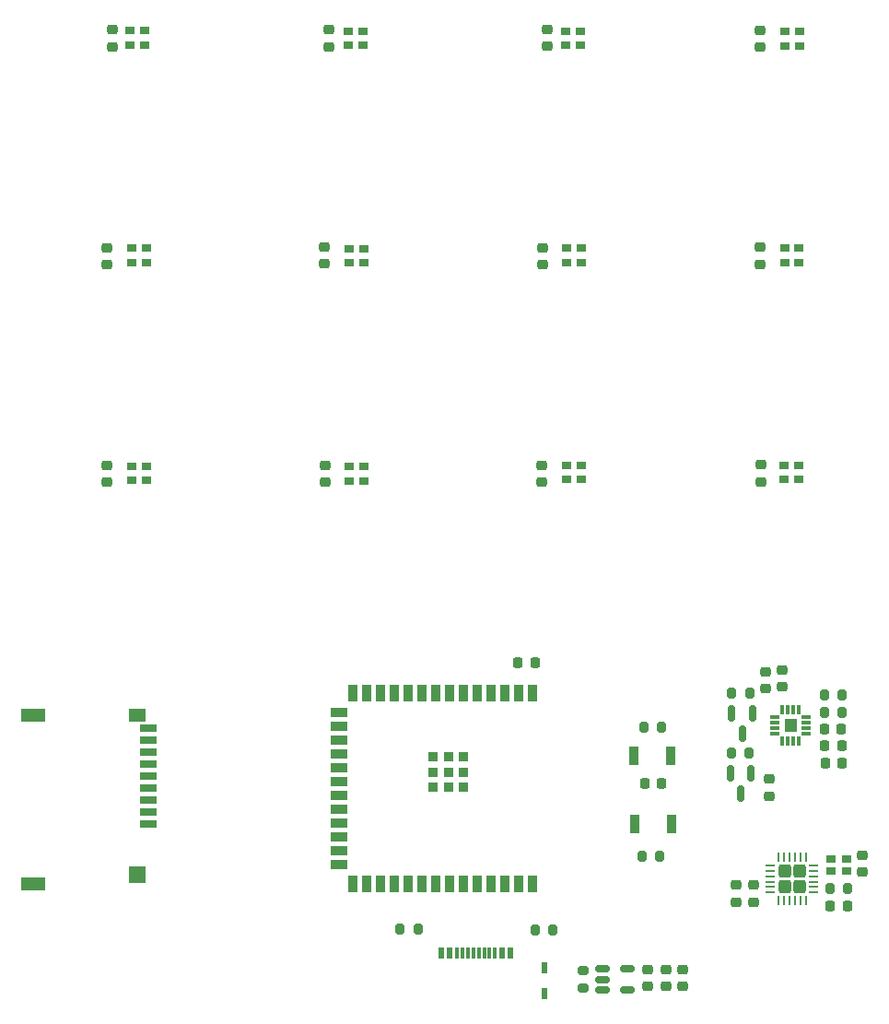
<source format=gbr>
%TF.GenerationSoftware,KiCad,Pcbnew,8.0.1*%
%TF.CreationDate,2024-09-01T11:50:53+02:00*%
%TF.ProjectId,Macro keyboard,4d616372-6f20-46b6-9579-626f6172642e,rev?*%
%TF.SameCoordinates,Original*%
%TF.FileFunction,Paste,Top*%
%TF.FilePolarity,Positive*%
%FSLAX46Y46*%
G04 Gerber Fmt 4.6, Leading zero omitted, Abs format (unit mm)*
G04 Created by KiCad (PCBNEW 8.0.1) date 2024-09-01 11:50:53*
%MOMM*%
%LPD*%
G01*
G04 APERTURE LIST*
G04 Aperture macros list*
%AMRoundRect*
0 Rectangle with rounded corners*
0 $1 Rounding radius*
0 $2 $3 $4 $5 $6 $7 $8 $9 X,Y pos of 4 corners*
0 Add a 4 corners polygon primitive as box body*
4,1,4,$2,$3,$4,$5,$6,$7,$8,$9,$2,$3,0*
0 Add four circle primitives for the rounded corners*
1,1,$1+$1,$2,$3*
1,1,$1+$1,$4,$5*
1,1,$1+$1,$6,$7*
1,1,$1+$1,$8,$9*
0 Add four rect primitives between the rounded corners*
20,1,$1+$1,$2,$3,$4,$5,0*
20,1,$1+$1,$4,$5,$6,$7,0*
20,1,$1+$1,$6,$7,$8,$9,0*
20,1,$1+$1,$8,$9,$2,$3,0*%
G04 Aperture macros list end*
%ADD10C,0.010000*%
%ADD11R,0.900000X0.800000*%
%ADD12RoundRect,0.225000X0.250000X-0.225000X0.250000X0.225000X-0.250000X0.225000X-0.250000X-0.225000X0*%
%ADD13RoundRect,0.150000X-0.150000X0.587500X-0.150000X-0.587500X0.150000X-0.587500X0.150000X0.587500X0*%
%ADD14R,0.900000X1.700000*%
%ADD15R,2.200000X1.200000*%
%ADD16R,1.500000X1.600000*%
%ADD17R,1.500000X1.200000*%
%ADD18R,1.600000X0.700000*%
%ADD19RoundRect,0.035000X0.105000X0.385000X-0.105000X0.385000X-0.105000X-0.385000X0.105000X-0.385000X0*%
%ADD20RoundRect,0.035000X0.385000X0.105000X-0.385000X0.105000X-0.385000X-0.105000X0.385000X-0.105000X0*%
%ADD21R,1.500000X0.900000*%
%ADD22R,0.900000X1.500000*%
%ADD23R,0.900000X0.900000*%
%ADD24R,0.600000X1.140000*%
%ADD25R,0.300000X1.140000*%
%ADD26R,0.850000X0.650000*%
%ADD27R,0.500000X1.050000*%
%ADD28RoundRect,0.150000X-0.512500X-0.150000X0.512500X-0.150000X0.512500X0.150000X-0.512500X0.150000X0*%
%ADD29RoundRect,0.200000X-0.200000X-0.275000X0.200000X-0.275000X0.200000X0.275000X-0.200000X0.275000X0*%
%ADD30RoundRect,0.225000X-0.250000X0.225000X-0.250000X-0.225000X0.250000X-0.225000X0.250000X0.225000X0*%
%ADD31RoundRect,0.225000X-0.225000X-0.250000X0.225000X-0.250000X0.225000X0.250000X-0.225000X0.250000X0*%
%ADD32RoundRect,0.062500X0.062500X0.337500X-0.062500X0.337500X-0.062500X-0.337500X0.062500X-0.337500X0*%
%ADD33RoundRect,0.062500X0.337500X0.062500X-0.337500X0.062500X-0.337500X-0.062500X0.337500X-0.062500X0*%
%ADD34RoundRect,0.250000X0.345000X0.345000X-0.345000X0.345000X-0.345000X-0.345000X0.345000X-0.345000X0*%
%ADD35RoundRect,0.200000X0.200000X0.275000X-0.200000X0.275000X-0.200000X-0.275000X0.200000X-0.275000X0*%
%ADD36RoundRect,0.200000X-0.275000X0.200000X-0.275000X-0.200000X0.275000X-0.200000X0.275000X0.200000X0*%
G04 APERTURE END LIST*
D10*
%TO.C,U2*%
X259340000Y-108195000D02*
X258260000Y-108195000D01*
X258260000Y-107115000D01*
X259340000Y-107115000D01*
X259340000Y-108195000D01*
G36*
X259340000Y-108195000D02*
G01*
X258260000Y-108195000D01*
X258260000Y-107115000D01*
X259340000Y-107115000D01*
X259340000Y-108195000D01*
G37*
%TD*%
D11*
%TO.C,Y1*%
X262525000Y-121075000D03*
X263925000Y-121075000D03*
X263925000Y-119975000D03*
X262525000Y-119975000D03*
%TD*%
D12*
%TO.C,C6*%
X258064000Y-102590000D03*
X258064000Y-104140000D03*
%TD*%
D13*
%TO.C,Q2*%
X255155000Y-112055000D03*
X253255000Y-112055000D03*
X254205000Y-113930000D03*
%TD*%
%TO.C,Q1*%
X255305000Y-106555000D03*
X253405000Y-106555000D03*
X254355000Y-108430000D03*
%TD*%
D14*
%TO.C,SW2*%
X244450000Y-116700000D03*
X247850000Y-116700000D03*
%TD*%
%TO.C,SW1*%
X244400000Y-110450000D03*
X247800000Y-110450000D03*
%TD*%
D15*
%TO.C,J15*%
X189200000Y-122250000D03*
D16*
X198800000Y-121350000D03*
D15*
X189200000Y-106750000D03*
D17*
X198800000Y-106750000D03*
D18*
X199800000Y-107950000D03*
X199800000Y-109050000D03*
X199800000Y-110150000D03*
X199800000Y-111250000D03*
X199800000Y-112350000D03*
X199800000Y-113450000D03*
X199800000Y-114550000D03*
X199800000Y-115650000D03*
X199800000Y-116750000D03*
%TD*%
D19*
%TO.C,U2*%
X259550000Y-109100000D03*
X259050000Y-109100000D03*
X258550000Y-109100000D03*
X258050000Y-109100000D03*
D20*
X257355000Y-108405000D03*
X257355000Y-107905000D03*
X257355000Y-107405000D03*
X257355000Y-106905000D03*
D19*
X258050000Y-106210000D03*
X258550000Y-106210000D03*
X259050000Y-106210000D03*
X259550000Y-106210000D03*
D20*
X260245000Y-106905000D03*
X260245000Y-107405000D03*
X260245000Y-107905000D03*
X260245000Y-108405000D03*
%TD*%
D21*
%TO.C,U1*%
X217310000Y-120435000D03*
X217310000Y-119165000D03*
X217310000Y-117895000D03*
X217310000Y-116625000D03*
X217310000Y-115355000D03*
X217310000Y-114085000D03*
X217310000Y-112815000D03*
X217310000Y-111545000D03*
X217310000Y-110275000D03*
X217310000Y-109005000D03*
X217310000Y-107735000D03*
D22*
X235070000Y-122200000D03*
X233800000Y-122200000D03*
X232530000Y-122200000D03*
X231260000Y-122200000D03*
X229990000Y-122200000D03*
X228720000Y-122200000D03*
X227450000Y-122200000D03*
X226180000Y-122200000D03*
X224910000Y-122200000D03*
X223640000Y-122200000D03*
X222370000Y-122200000D03*
X221100000Y-122200000D03*
X219830000Y-122200000D03*
X218560000Y-122200000D03*
D21*
X217310000Y-106465000D03*
D22*
X218560000Y-104700000D03*
X219830000Y-104700000D03*
X221100000Y-104700000D03*
X222370000Y-104700000D03*
X223640000Y-104700000D03*
X224910000Y-104700000D03*
X226180000Y-104700000D03*
X227450000Y-104700000D03*
X228720000Y-104700000D03*
X229990000Y-104700000D03*
X231260000Y-104700000D03*
X232530000Y-104700000D03*
X233800000Y-104700000D03*
D23*
X228750000Y-113350000D03*
X228750000Y-111950000D03*
X228750000Y-110550000D03*
X225950000Y-113350000D03*
X225950000Y-111950000D03*
X225950000Y-110550000D03*
X227350000Y-113350000D03*
X227350000Y-110550000D03*
D22*
X235070000Y-104700000D03*
D23*
X227350000Y-111950000D03*
%TD*%
D24*
%TO.C,J1*%
X226700000Y-128590000D03*
X227500000Y-128590000D03*
D25*
X228150000Y-128590000D03*
X229150000Y-128590000D03*
X230650000Y-128590000D03*
X231650000Y-128590000D03*
D24*
X232300000Y-128590000D03*
X233100000Y-128590000D03*
X233100000Y-128590000D03*
X232300000Y-128590000D03*
D25*
X231150000Y-128590000D03*
X230150000Y-128590000D03*
X229650000Y-128590000D03*
X228650000Y-128590000D03*
D24*
X227500000Y-128590000D03*
X226700000Y-128590000D03*
%TD*%
D26*
%TO.C,D13*%
X258200000Y-85100000D03*
X258200000Y-83800000D03*
X259550000Y-83800000D03*
X259550000Y-85100000D03*
%TD*%
%TO.C,D12*%
X258250000Y-65150000D03*
X258250000Y-63850000D03*
X259600000Y-63850000D03*
X259600000Y-65150000D03*
%TD*%
%TO.C,D11*%
X258275000Y-45250000D03*
X258275000Y-43950000D03*
X259625000Y-43950000D03*
X259625000Y-45250000D03*
%TD*%
%TO.C,D10*%
X238250000Y-85100000D03*
X238250000Y-83800000D03*
X239600000Y-83800000D03*
X239600000Y-85100000D03*
%TD*%
%TO.C,D9*%
X238250000Y-65150000D03*
X238250000Y-63850000D03*
X239600000Y-63850000D03*
X239600000Y-65150000D03*
%TD*%
%TO.C,D8*%
X238175000Y-45200000D03*
X238175000Y-43900000D03*
X239525000Y-43900000D03*
X239525000Y-45200000D03*
%TD*%
%TO.C,D7*%
X218250000Y-85200000D03*
X218250000Y-83900000D03*
X219600000Y-83900000D03*
X219600000Y-85200000D03*
%TD*%
%TO.C,D6*%
X218250000Y-65200000D03*
X218250000Y-63900000D03*
X219600000Y-63900000D03*
X219600000Y-65200000D03*
%TD*%
%TO.C,D5*%
X218125000Y-45200000D03*
X218125000Y-43900000D03*
X219475000Y-43900000D03*
X219475000Y-45200000D03*
%TD*%
%TO.C,D4*%
X198250000Y-85150000D03*
X198250000Y-83850000D03*
X199600000Y-83850000D03*
X199600000Y-85150000D03*
%TD*%
%TO.C,D3*%
X198250000Y-65150000D03*
X198250000Y-63850000D03*
X199600000Y-63850000D03*
X199600000Y-65150000D03*
%TD*%
%TO.C,D2*%
X198125000Y-45150000D03*
X198125000Y-43850000D03*
X199475000Y-43850000D03*
X199475000Y-45150000D03*
%TD*%
D27*
%TO.C,D1*%
X236200000Y-132335000D03*
X236200000Y-129965000D03*
%TD*%
D28*
%TO.C,U3*%
X241527500Y-130060000D03*
X241527500Y-131010000D03*
X241527500Y-131960000D03*
X243802500Y-131960000D03*
X243802500Y-130060000D03*
%TD*%
D29*
%TO.C,R12*%
X245125000Y-119650000D03*
X246775000Y-119650000D03*
%TD*%
%TO.C,R11*%
X245325000Y-107800000D03*
X246975000Y-107800000D03*
%TD*%
%TO.C,R10*%
X264075000Y-122675000D03*
X262425000Y-122675000D03*
%TD*%
D30*
%TO.C,C27*%
X245700000Y-130100000D03*
X245700000Y-131650000D03*
%TD*%
%TO.C,C26*%
X247350000Y-130075000D03*
X247350000Y-131625000D03*
%TD*%
%TO.C,C25*%
X248900000Y-130100000D03*
X248900000Y-131650000D03*
%TD*%
D12*
%TO.C,C24*%
X256050000Y-85275000D03*
X256050000Y-83725000D03*
%TD*%
%TO.C,C23*%
X196000000Y-85325000D03*
X196000000Y-83775000D03*
%TD*%
%TO.C,C22*%
X216000000Y-85300000D03*
X216000000Y-83750000D03*
%TD*%
%TO.C,C21*%
X235950000Y-85300000D03*
X235950000Y-83750000D03*
%TD*%
%TO.C,C20*%
X256000000Y-65300000D03*
X256000000Y-63750000D03*
%TD*%
%TO.C,C19*%
X236000000Y-65350000D03*
X236000000Y-63800000D03*
%TD*%
%TO.C,C18*%
X215950000Y-65275000D03*
X215950000Y-63725000D03*
%TD*%
%TO.C,C17*%
X196000000Y-65325000D03*
X196000000Y-63775000D03*
%TD*%
%TO.C,C16*%
X256000000Y-45350000D03*
X256000000Y-43800000D03*
%TD*%
%TO.C,C15*%
X236450000Y-45275000D03*
X236450000Y-43725000D03*
%TD*%
%TO.C,C14*%
X216400000Y-45325000D03*
X216400000Y-43775000D03*
%TD*%
%TO.C,C13*%
X196450000Y-45325000D03*
X196450000Y-43775000D03*
%TD*%
D31*
%TO.C,C12*%
X233775000Y-101950000D03*
X235325000Y-101950000D03*
%TD*%
%TO.C,C11*%
X245425000Y-113000000D03*
X246975000Y-113000000D03*
%TD*%
D30*
%TO.C,C10*%
X265430000Y-119621000D03*
X265430000Y-121171000D03*
%TD*%
D31*
%TO.C,C9*%
X264025000Y-124275000D03*
X262475000Y-124275000D03*
%TD*%
D12*
%TO.C,C8*%
X255400000Y-123900000D03*
X255400000Y-122350000D03*
%TD*%
%TO.C,C7*%
X253800000Y-123900000D03*
X253800000Y-122350000D03*
%TD*%
D32*
%TO.C,U4*%
X260200000Y-123750000D03*
X259700000Y-123750000D03*
X259200000Y-123750000D03*
X258700000Y-123750000D03*
X258200000Y-123750000D03*
X257700000Y-123750000D03*
D33*
X256975000Y-123025000D03*
X256975000Y-122525000D03*
X256975000Y-122025000D03*
X256975000Y-121525000D03*
X256975000Y-121025000D03*
X256975000Y-120525000D03*
D32*
X257700000Y-119800000D03*
X258200000Y-119800000D03*
X258700000Y-119800000D03*
X259200000Y-119800000D03*
X259700000Y-119800000D03*
X260200000Y-119800000D03*
D33*
X260925000Y-120525000D03*
X260925000Y-121025000D03*
X260925000Y-121525000D03*
X260925000Y-122025000D03*
X260925000Y-122525000D03*
X260925000Y-123025000D03*
D34*
X258260000Y-121085000D03*
X258260000Y-122465000D03*
X259640000Y-121085000D03*
X259640000Y-122465000D03*
%TD*%
D29*
%TO.C,R8*%
X235325000Y-126450000D03*
X236975000Y-126450000D03*
%TD*%
%TO.C,R7*%
X222925000Y-126400000D03*
X224575000Y-126400000D03*
%TD*%
D35*
%TO.C,R6*%
X263570000Y-106455000D03*
X261920000Y-106455000D03*
%TD*%
D29*
%TO.C,R5*%
X261920000Y-104905000D03*
X263570000Y-104905000D03*
%TD*%
D36*
%TO.C,R3*%
X239750000Y-130150000D03*
X239750000Y-131800000D03*
%TD*%
D29*
%TO.C,R2*%
X253405000Y-104705000D03*
X255055000Y-104705000D03*
%TD*%
%TO.C,R1*%
X253380000Y-110205000D03*
X255030000Y-110205000D03*
%TD*%
D31*
%TO.C,C5*%
X261955000Y-109555000D03*
X263505000Y-109555000D03*
%TD*%
%TO.C,C4*%
X261930000Y-108005000D03*
X263480000Y-108005000D03*
%TD*%
%TO.C,C3*%
X261980000Y-111105000D03*
X263530000Y-111105000D03*
%TD*%
D12*
%TO.C,C2*%
X256855000Y-114155000D03*
X256855000Y-112605000D03*
%TD*%
D30*
%TO.C,C1*%
X256550000Y-102725000D03*
X256550000Y-104275000D03*
%TD*%
M02*

</source>
